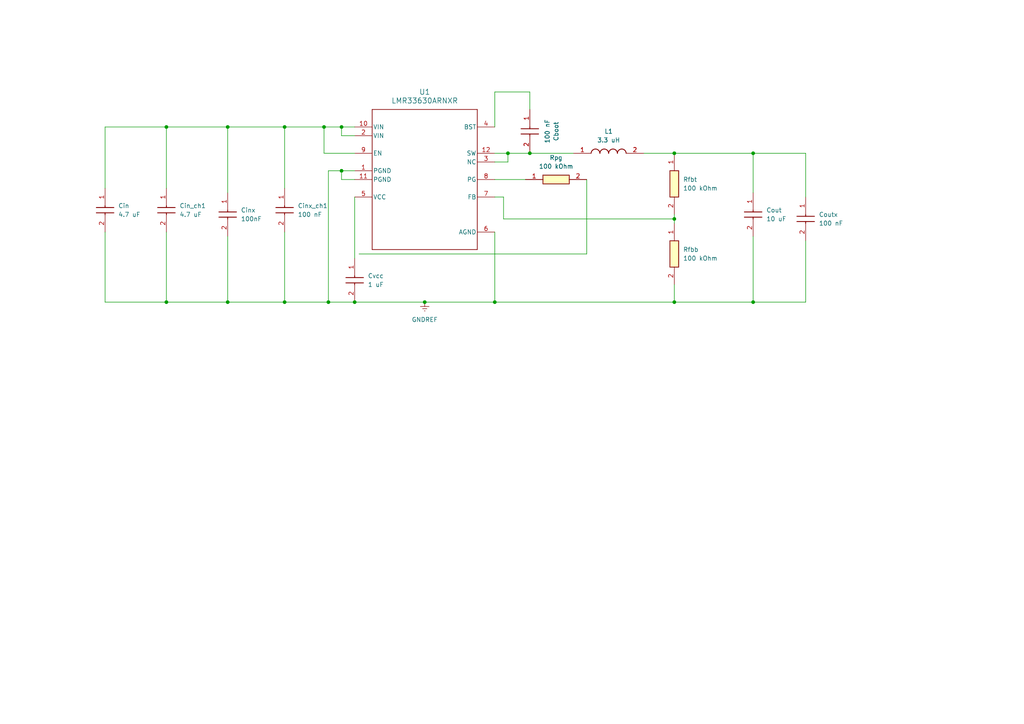
<source format=kicad_sch>
(kicad_sch (version 20250114) (generator "eeschema") (generator_version "9.0")
  (paper "A4")
  (lib_symbols
    (symbol "C0805C106K8PACTU_1" (pin_names (hide yes))
      (property "Reference" "C" (at 8.89 6.35 0))
      (property "Value" "C0805C106K8PACTU" (at 8.89 3.81 0))
      (symbol "C0805C106K8PACTU_1_1_1"
        (polyline (pts (xy 5.08 0) (xy 5.588 0)) (stroke (width 0.254)))
        (polyline (pts (xy 5.588 2.54) (xy 5.588 -2.54)) (stroke (width 0.254)))
        (polyline (pts (xy 7.112 2.54) (xy 7.112 -2.54)) (stroke (width 0.254)))
        (polyline (pts (xy 7.112 0) (xy 7.62 0)) (stroke (width 0.254)))
        (pin passive line (at 0 0 0) (length 5.08) (name "1") (number "1"))
        (pin passive line (at 12.7 0 180) (length 5.08) (name "2") (number "2"))
      )
    )
    (symbol "Capacitors:C0603C105K8PACTU" (pin_names (hide yes))
      (property "Reference" "C" (at 8.89 6.35 0))
      (property "Value" "C0603C105K8PACTU" (at 8.89 3.81 0))
      (symbol "C0603C105K8PACTU_1_1"
        (polyline (pts (xy 5.08 0) (xy 5.588 0)) (stroke (width 0.254)))
        (polyline (pts (xy 5.588 2.54) (xy 5.588 -2.54)) (stroke (width 0.254)))
        (polyline (pts (xy 7.112 2.54) (xy 7.112 -2.54)) (stroke (width 0.254)))
        (polyline (pts (xy 7.112 0) (xy 7.62 0)) (stroke (width 0.254)))
        (pin passive line (at 0 0 0) (length 5.08) (name "1") (number "1"))
        (pin passive line (at 12.7 0 180) (length 5.08) (name "2") (number "2"))
      )
    )
    (symbol "Capacitors:C0805C106K8PACTU" (pin_names (hide yes)))
    (symbol "Capacitors:CGA3E2X7R1H104K080AA" (pin_names (hide yes))
      (property "Reference" "C" (at 8.89 6.35 0))
      (property "Value" "CGA3E2X7R1H104K080AA" (at 8.89 3.81 0))
      (symbol "CGA3E2X7R1H104K080AA_1_1"
        (polyline (pts (xy 5.08 0) (xy 5.588 0)) (stroke (width 0.254)))
        (polyline (pts (xy 5.588 2.54) (xy 5.588 -2.54)) (stroke (width 0.254)))
        (polyline (pts (xy 7.112 2.54) (xy 7.112 -2.54)) (stroke (width 0.254)))
        (polyline (pts (xy 7.112 0) (xy 7.62 0)) (stroke (width 0.254)))
        (pin passive line (at 0 0 0) (length 5.08) (name "1") (number "1"))
        (pin passive line (at 12.7 0 180) (length 5.08) (name "2") (number "2"))
      )
    )
    (symbol "Capacitors:GRM155R71C104KA88D" (pin_names (hide yes))
      (property "Reference" "C" (at 8.89 6.35 0))
      (property "Value" "GRM155R71C104KA88D" (at 8.89 3.81 0))
      (symbol "GRM155R71C104KA88D_1_1"
        (polyline (pts (xy 5.08 0) (xy 5.588 0)) (stroke (width 0.254)))
        (polyline (pts (xy 5.588 2.54) (xy 5.588 -2.54)) (stroke (width 0.254)))
        (polyline (pts (xy 7.112 2.54) (xy 7.112 -2.54)) (stroke (width 0.254)))
        (polyline (pts (xy 7.112 0) (xy 7.62 0)) (stroke (width 0.254)))
        (pin passive line (at 0 0 0) (length 5.08) (name "1") (number "1"))
        (pin passive line (at 12.7 0 180) (length 5.08) (name "2") (number "2"))
      )
    )
    (symbol "Capacitors:GRM188R72A104KA35D" (pin_names (hide yes))
      (property "Reference" "C" (at 8.89 6.35 0))
      (property "Value" "GRM188R72A104KA35D" (at 8.89 3.81 0))
      (symbol "GRM188R72A104KA35D_1_1"
        (polyline (pts (xy 5.08 0) (xy 5.588 0)) (stroke (width 0.254)))
        (polyline (pts (xy 5.588 2.54) (xy 5.588 -2.54)) (stroke (width 0.254)))
        (polyline (pts (xy 7.112 2.54) (xy 7.112 -2.54)) (stroke (width 0.254)))
        (polyline (pts (xy 7.112 0) (xy 7.62 0)) (stroke (width 0.254)))
        (pin passive line (at 0 0 0) (length 5.08) (name "1") (number "1"))
        (pin passive line (at 12.7 0 180) (length 5.08) (name "2") (number "2"))
      )
    )
    (symbol "Capacitors:GRM31CR71H475KA12L" (pin_names (hide yes))
      (property "Reference" "C" (at 8.89 6.35 0))
      (property "Value" "GRM31CR71H475KA12L" (at 8.89 3.81 0))
      (symbol "GRM31CR71H475KA12L_1_1"
        (polyline (pts (xy 5.08 0) (xy 5.588 0)) (stroke (width 0.254)))
        (polyline (pts (xy 5.588 2.54) (xy 5.588 -2.54)) (stroke (width 0.254)))
        (polyline (pts (xy 7.112 2.54) (xy 7.112 -2.54)) (stroke (width 0.254)))
        (polyline (pts (xy 7.112 0) (xy 7.62 0)) (stroke (width 0.254)))
        (pin passive line (at 0 0 0) (length 5.08) (name "1") (number "1"))
        (pin passive line (at 12.7 0 180) (length 5.08) (name "2") (number "2"))
      )
    )
    (symbol "Inductors:SRN8040-3R3Y" (pin_names (hide yes))
      (property "Reference" "L" (at 16.51 6.35 0))
      (property "Value" "SRN8040-3R3Y" (at 16.51 3.81 0))
      (symbol "SRN8040-3R3Y_1_1"
        (arc (start 5.08 0) (mid 6.35 1.219) (end 7.62 0) (stroke (width 0.254)))
        (arc (start 7.62 0) (mid 8.89 1.219) (end 10.16 0) (stroke (width 0.254)))
        (arc (start 10.16 0) (mid 11.43 1.219) (end 12.7 0) (stroke (width 0.254)))
        (arc (start 12.7 0) (mid 13.97 1.219) (end 15.24 0) (stroke (width 0.254)))
        (pin passive line (at 0 0 0) (length 5.08) (name "1") (number "1"))
        (pin passive line (at 20.32 0 180) (length 5.08) (name "2") (number "2"))
      )
    )
    (symbol "PowerICs:LMR33630ARNXR" (pin_names (offset 0.254))
      (property "Reference" "U" (at 0 2.54 0))
      (property "Value" "LMR33630ARNXR" (at 0 0 0))
      (symbol "LMR33630ARNXR_0_1"
        (polyline (pts (xy -15.24 20.32) (xy -15.24 -20.32)) (stroke (width 0.2032)))
        (polyline (pts (xy -15.24 -20.32) (xy 15.24 -20.32)) (stroke (width 0.2032)))
        (polyline (pts (xy 15.24 20.32) (xy -15.24 20.32)) (stroke (width 0.2032)))
        (polyline (pts (xy 15.24 -20.32) (xy 15.24 20.32)) (stroke (width 0.2032)))
        (pin power_in line (at -20.32 15.24 0) (length 5.08) (name "VIN") (number "10"))
        (pin power_in line (at -20.32 12.7 0) (length 5.08) (name "VIN") (number "2"))
        (pin input line (at -20.32 7.62 0) (length 5.08) (name "EN") (number "9"))
        (pin power_in line (at -20.32 2.54 0) (length 5.08) (name "PGND") (number "1"))
        (pin power_in line (at -20.32 0 0) (length 5.08) (name "PGND") (number "11"))
        (pin power_in line (at -20.32 -5.08 0) (length 5.08) (name "VCC") (number "5"))
        (pin unspecified line (at 20.32 15.24 180) (length 5.08) (name "BST") (number "4"))
        (pin power_in line (at 20.32 7.62 180) (length 5.08) (name "SW") (number "12"))
        (pin unspecified line (at 20.32 5.08 180) (length 5.08) (name "NC") (number "3"))
        (pin open_collector line (at 20.32 0 180) (length 5.08) (name "PG") (number "8"))
        (pin input line (at 20.32 -5.08 180) (length 5.08) (name "FB") (number "7"))
        (pin power_in line (at 20.32 -15.24 180) (length 5.08) (name "AGND") (number "6"))
      )
    )
    (symbol "Resistors:CRCW0402100KFKED" (pin_names (hide yes))
      (property "Reference" "R" (at 13.97 6.35 0))
      (property "Value" "CRCW0402100KFKED" (at 13.97 3.81 0))
      (symbol "CRCW0402100KFKED_1_1"
        (rectangle (start 5.08 1.27) (end 12.7 -1.27) (stroke (width 0.254)) (fill (type background)))
        (pin passive line (at 0 0 0) (length 5.08) (name "1") (number "1"))
        (pin passive line (at 17.78 0 180) (length 5.08) (name "2") (number "2"))
      )
    )
    (symbol "Resistors:RC0603FR-0724K9L" (pin_names (hide yes))
      (property "Reference" "R" (at 13.97 6.35 0))
      (property "Value" "RC0603FR-0724K9L" (at 13.97 3.81 0))
      (symbol "RC0603FR-0724K9L_1_1"
        (rectangle (start 5.08 1.27) (end 12.7 -1.27) (stroke (width 0.254)) (fill (type background)))
        (pin passive line (at 0 0 0) (length 5.08) (name "1") (number "1"))
        (pin passive line (at 17.78 0 180) (length 5.08) (name "2") (number "2"))
      )
    )
    (symbol "power:GNDREF" (power) (pin_numbers (hide yes)) (pin_names (offset 0) (hide yes))
      (property "Value" "GNDREF" (at 0 -3.81 0))
      (symbol "GNDREF_0_1"
        (polyline (pts (xy -0.635 -1.905) (xy 0.635 -1.905)))
        (polyline (pts (xy -0.127 -2.54) (xy 0.127 -2.54)))
        (polyline (pts (xy 0 -1.27) (xy 0 0)))
        (polyline (pts (xy 1.27 -1.27) (xy -1.27 -1.27)))
      )
      (symbol "GNDREF_1_1"
        (pin power_in line (at 0 0 270) (length 0) (name "~") (number "1"))
      )
    )
  )
  (junction (at 102.87 87.63))
  (junction (at 218.44 44.45))
  (junction (at 195.58 63.5))
  (junction (at 147.32 44.45))
  (junction (at 143.51 87.63))
  (junction (at 82.55 87.63))
  (junction (at 153.67 44.45))
  (junction (at 82.55 36.83))
  (junction (at 195.58 87.63))
  (junction (at 48.26 36.83))
  (junction (at 93.98 36.83))
  (junction (at 48.26 87.63))
  (junction (at 66.04 87.63))
  (junction (at 99.06 49.53))
  (junction (at 99.06 36.83))
  (junction (at 218.44 87.63))
  (junction (at 195.58 44.45))
  (junction (at 95.25 87.63))
  (junction (at 66.04 36.83))
  (junction (at 123.19 87.63))
  (wire (pts (xy 143.51 26.67) (xy 153.67 26.67)))
  (wire (pts (xy 218.44 68.58) (xy 218.44 87.63)))
  (wire (pts (xy 218.44 87.63) (xy 233.68 87.63)))
  (wire (pts (xy 66.04 87.63) (xy 48.26 87.63)))
  (wire (pts (xy 218.44 44.45) (xy 218.44 55.88)))
  (wire (pts (xy 95.25 49.53) (xy 95.25 87.63)))
  (wire (pts (xy 195.58 87.63) (xy 195.58 82.55)))
  (wire (pts (xy 143.51 67.31) (xy 143.51 87.63)))
  (wire (pts (xy 99.06 39.37) (xy 99.06 36.83)))
  (wire (pts (xy 218.44 87.63) (xy 195.58 87.63)))
  (wire (pts (xy 143.51 36.83) (xy 143.51 26.67)))
  (wire (pts (xy 146.05 57.15) (xy 146.05 63.5)))
  (wire (pts (xy 48.26 36.83) (xy 66.04 36.83)))
  (wire (pts (xy 143.51 46.99) (xy 147.32 46.99)))
  (wire (pts (xy 233.68 87.63) (xy 233.68 69.85)))
  (wire (pts (xy 66.04 68.58) (xy 66.04 87.63)))
  (wire (pts (xy 93.98 44.45) (xy 93.98 36.83)))
  (wire (pts (xy 30.48 36.83) (xy 48.26 36.83)))
  (wire (pts (xy 195.58 62.23) (xy 195.58 63.5)))
  (wire (pts (xy 48.26 67.31) (xy 48.26 87.63)))
  (wire (pts (xy 30.48 67.31) (xy 30.48 87.63)))
  (wire (pts (xy 102.87 87.63) (xy 123.19 87.63)))
  (wire (pts (xy 102.87 87.63) (xy 95.25 87.63)))
  (wire (pts (xy 195.58 63.5) (xy 195.58 64.77)))
  (wire (pts (xy 146.05 63.5) (xy 195.58 63.5)))
  (wire (pts (xy 48.26 36.83) (xy 48.26 54.61)))
  (wire (pts (xy 99.06 36.83) (xy 102.87 36.83)))
  (wire (pts (xy 99.06 49.53) (xy 95.25 49.53)))
  (wire (pts (xy 102.87 44.45) (xy 93.98 44.45)))
  (wire (pts (xy 233.68 44.45) (xy 218.44 44.45)))
  (wire (pts (xy 143.51 44.45) (xy 147.32 44.45)))
  (wire (pts (xy 93.98 36.83) (xy 99.06 36.83)))
  (wire (pts (xy 102.87 49.53) (xy 99.06 49.53)))
  (wire (pts (xy 82.55 67.31) (xy 82.55 87.63)))
  (wire (pts (xy 143.51 57.15) (xy 146.05 57.15)))
  (wire (pts (xy 153.67 26.67) (xy 153.67 31.75)))
  (wire (pts (xy 143.51 87.63) (xy 123.19 87.63)))
  (wire (pts (xy 66.04 36.83) (xy 82.55 36.83)))
  (wire (pts (xy 82.55 36.83) (xy 93.98 36.83)))
  (wire (pts (xy 104.14 73.66) (xy 170.18 73.66)))
  (wire (pts (xy 82.55 87.63) (xy 66.04 87.63)))
  (wire (pts (xy 143.51 52.07) (xy 152.4 52.07)))
  (wire (pts (xy 186.69 44.45) (xy 195.58 44.45)))
  (wire (pts (xy 170.18 73.66) (xy 170.18 52.07)))
  (wire (pts (xy 153.67 44.45) (xy 166.37 44.45)))
  (wire (pts (xy 30.48 87.63) (xy 48.26 87.63)))
  (wire (pts (xy 95.25 87.63) (xy 82.55 87.63)))
  (wire (pts (xy 195.58 44.45) (xy 218.44 44.45)))
  (wire (pts (xy 66.04 36.83) (xy 66.04 55.88)))
  (wire (pts (xy 233.68 57.15) (xy 233.68 44.45)))
  (wire (pts (xy 99.06 52.07) (xy 99.06 49.53)))
  (wire (pts (xy 102.87 57.15) (xy 102.87 74.93)))
  (wire (pts (xy 82.55 36.83) (xy 82.55 54.61)))
  (wire (pts (xy 102.87 52.07) (xy 99.06 52.07)))
  (wire (pts (xy 143.51 87.63) (xy 195.58 87.63)))
  (wire (pts (xy 102.87 39.37) (xy 99.06 39.37)))
  (wire (pts (xy 147.32 44.45) (xy 153.67 44.45)))
  (wire (pts (xy 147.32 44.45) (xy 147.32 46.99)))
  (wire (pts (xy 30.48 54.61) (xy 30.48 36.83)))
  (symbol (lib_id "Resistors:RC0603FR-0724K9L") (at 195.58 64.77 270) (unit 1)
    (property "Reference" "Rfbb" (at 198.12 72.3899 90) (effects (justify left)))
    (property "Value" "100 kOhm" (at 198.12 74.9299 90) (effects (justify left)))
    (property "Footprint" "Resistors:RESC1608X55N" (effects (hide yes)))
    (property "Datasheet" "https://componentsearchengine.com/Datasheets/2/RC0603FR-0724K9L.pdf" (effects (hide yes)))
    (property "Description" "YAGEO - RC0603FR-0724K9L - SMD Chip Resistor, 24.9 kohm, +/- 1%, 100 mW, 0603 [1608 Metric], Thick Film, General Purpose" (effects (hide yes)))
    (property "Height" "0.55" (effects (hide yes)))
    (property "Manufacturer_Name" "YAGEO" (effects (hide yes)))
    (property "Manufacturer_Part_Number" "RC0603FR-0724K9L" (effects (hide yes)))
    (property "Mouser Part Number" "603-RC0603FR-0724K9L" (effects (hide yes)))
    (property "Mouser Price/Stock" "https://www.mouser.co.uk/ProductDetail/YAGEO/RC0603FR-0724K9L?qs=diQw95jMAeOCjvc8VIQQfA%3D%3D" (effects (hide yes)))
  )
  (symbol (lib_id "Resistors:CRCW0402100KFKED") (at 195.58 44.45 270) (unit 1)
    (property "Reference" "Rfbt" (at 198.12 52.0699 90) (effects (justify left)))
    (property "Value" "100 kOhm" (at 198.12 54.6099 90) (effects (justify left)))
    (property "Footprint" "CRCW0402200KFKED" (effects (hide yes)))
    (property "Datasheet" "http://www.vishay.com/docs/20035/dcrcwe3.pdf" (effects (hide yes)))
    (property "Description" "CRCW0402 Resistor T/R 0.063W,1%,100K Vishay CRCW Series Thick Film Surface Mount Resistor 0402 Case 100k +/-1% 0.063W +/-100ppm/C" (effects (hide yes)))
    (property "Height" "0.4" (effects (hide yes)))
    (property "Manufacturer_Name" "Vishay" (effects (hide yes)))
    (property "Manufacturer_Part_Number" "CRCW0402100KFKED" (effects (hide yes)))
    (property "Mouser Part Number" "71-CRCW0402-100K-E3" (effects (hide yes)))
    (property "Mouser Price/Stock" "https://www.mouser.co.uk/ProductDetail/Vishay-Dale/CRCW0402100KFKED?qs=OlqPY1CiralZGKRwQ4Glcg%3D%3D" (effects (hide yes)))
    (property "Arrow Part Number" "CRCW0402100KFKED" (effects (hide yes)))
    (property "Arrow Price/Stock" "https://www.arrow.com/en/products/crcw0402100kfked/vishay?utm_currency=USD&region=nac" (effects (hide yes)))
  )
  (symbol (lib_id "Capacitors:GRM188R72A104KA35D") (at 66.04 55.88 270) (unit 1)
    (property "Reference" "Cinx" (at 69.85 60.9599 90) (effects (justify left)))
    (property "Value" "100nF" (at 69.85 63.4999 90) (effects (justify left)))
    (property "Footprint" "Capacitors:GRM18x" (effects (hide yes)))
    (property "Datasheet" "https://search.murata.co.jp/Ceramy/image/img/A01X/G101/ENG/GRM188R72A104KA35-01A.pdf" (effects (hide yes)))
    (property "Description" "MLCC, 0603" (effects (hide yes)))
    (property "Height" "0.9" (effects (hide yes)))
    (property "Manufacturer_Name" "Murata Electronics" (effects (hide yes)))
    (property "Manufacturer_Part_Number" "GRM188R72A104KA35D" (effects (hide yes)))
    (property "Mouser Part Number" "81-GRM188R72A104KA35" (effects (hide yes)))
    (property "Mouser Price/Stock" "https://www.mouser.co.uk/ProductDetail/Murata-Electronics/GRM188R72A104KA35D?qs=P%252BBA3F6RM%2F5aaC9LFKRzYw%3D%3D" (effects (hide yes)))
    (property "Arrow Part Number" "GRM188R72A104KA35D" (effects (hide yes)))
    (property "Arrow Price/Stock" "https://www.arrow.com/en/products/grm188r72a104ka35d/murata-manufacturing?utm_currency=USD&region=nac" (effects (hide yes)))
  )
  (symbol (lib_id "Capacitors:GRM31CR71H475KA12L") (at 30.48 54.61 270) (unit 1)
    (property "Reference" "Cin" (at 34.29 59.6899 90) (effects (justify left)))
    (property "Value" "4.7 uF" (at 34.29 62.2299 90) (effects (justify left)))
    (property "Footprint" "Capacitors:CAPC3216X180N" (effects (hide yes)))
    (property "Datasheet" "https://search.murata.co.jp/Ceramy/image/img/A01X/G101/ENG/GRM31CR71H475KA12-01A.pdf" (effects (hide yes)))
    (property "Description" "MURATA - GRM31CR71H475KA12L - CAP, MLCC, X7R, 4.7UF, 50V, 1206" (effects (hide yes)))
    (property "Height" "1.8" (effects (hide yes)))
    (property "Manufacturer_Name" "Murata Electronics" (effects (hide yes)))
    (property "Manufacturer_Part_Number" "GRM31CR71H475KA12L" (effects (hide yes)))
    (property "Mouser Part Number" "81-GRM31CR71H475KA2L" (effects (hide yes)))
    (property "Mouser Price/Stock" "https://www.mouser.co.uk/ProductDetail/Murata-Electronics/GRM31CR71H475KA12L?qs=QOxk%252BkhTc6I%252BVQUsJuOHog%3D%3D" (effects (hide yes)))
    (property "Arrow Part Number" "GRM31CR71H475KA12L" (effects (hide yes)))
    (property "Arrow Price/Stock" "https://www.arrow.com/en/products/grm31cr71h475ka12l/murata-manufacturing?utm_currency=USD&region=nac" (effects (hide yes)))
  )
  (symbol (lib_name "C0805C106K8PACTU_1") (lib_id "Capacitors:C0805C106K8PACTU") (at 218.44 55.88 270) (unit 1)
    (property "Reference" "Cout" (at 222.25 60.9599 90) (effects (justify left)))
    (property "Value" "10 uF" (at 222.25 63.4999 90) (effects (justify left)))
    (property "Footprint" "Capacitors:C0805" (effects (hide yes)))
    (property "Datasheet" "https://content.kemet.com/datasheets/KEM_C1006_X5R_SMD.pdf" (effects (hide yes)))
    (property "Description" "SMD Comm X5R, Ceramic, 10 uF, 10%, 10 VDC, 25 VDC, 85C, -55C, X5R, SMD, MLCC, Temperature Stable, Class II, 10 % , 10 MOhms, 21 mg, 0805, 2mm, 1.25mm, 1.25mm, 0.75mm, 0.5mm, 3000, 78  Weeks, 70" (effects (hide yes)))
    (property "Height" "1.1" (effects (hide yes)))
    (property "Manufacturer_Name" "KEMET" (effects (hide yes)))
    (property "Manufacturer_Part_Number" "C0805C106K8PACTU" (effects (hide yes)))
    (property "Mouser Part Number" "80-C0805C106K8P" (effects (hide yes)))
    (property "Mouser Price/Stock" "https://www.mouser.co.uk/ProductDetail/KEMET/C0805C106K8PACTU?qs=Zpyg6gQUYs39C21BeavaKA%3D%3D" (effects (hide yes)))
    (property "Arrow Part Number" "C0805C106K8PACTU" (effects (hide yes)))
    (property "Arrow Price/Stock" "https://www.arrow.com/en/products/c0805c106k8pactu/kemet-corporation?utm_currency=USD&region=nac" (effects (hide yes)))
  )
  (symbol (lib_id "power:GNDREF") (at 123.19 87.63 0) (unit 1)
    (property "Reference" "#PWR01" (effects (hide yes)))
    (property "Value" "GNDREF" (at 123.19 92.71 0))
    (property "Description" "Power symbol creates a global label with name \"GNDREF\" , reference supply ground" (effects (hide yes)))
  )
  (symbol (lib_id "Capacitors:GRM31CR71H475KA12L") (at 48.26 54.61 270) (unit 1)
    (property "Reference" "Cin_ch1" (at 52.07 59.6899 90) (effects (justify left)))
    (property "Value" "4.7 uF" (at 52.07 62.2299 90) (effects (justify left)))
    (property "Footprint" "Capacitors:CAPC3216X180N" (effects (hide yes)))
    (property "Datasheet" "https://search.murata.co.jp/Ceramy/image/img/A01X/G101/ENG/GRM31CR71H475KA12-01A.pdf" (effects (hide yes)))
    (property "Description" "MURATA - GRM31CR71H475KA12L - CAP, MLCC, X7R, 4.7UF, 50V, 1206" (effects (hide yes)))
    (property "Height" "1.8" (effects (hide yes)))
    (property "Manufacturer_Name" "Murata Electronics" (effects (hide yes)))
    (property "Manufacturer_Part_Number" "GRM31CR71H475KA12L" (effects (hide yes)))
    (property "Mouser Part Number" "81-GRM31CR71H475KA2L" (effects (hide yes)))
    (property "Mouser Price/Stock" "https://www.mouser.co.uk/ProductDetail/Murata-Electronics/GRM31CR71H475KA12L?qs=QOxk%252BkhTc6I%252BVQUsJuOHog%3D%3D" (effects (hide yes)))
    (property "Arrow Part Number" "GRM31CR71H475KA12L" (effects (hide yes)))
    (property "Arrow Price/Stock" "https://www.arrow.com/en/products/grm31cr71h475ka12l/murata-manufacturing?utm_currency=USD&region=nac" (effects (hide yes)))
  )
  (symbol (lib_id "Capacitors:C0805C106K8PACTU") (at 232.41 107.95 0) (unit 1)
    (property "Reference" "C3" (effects (hide yes)))
    (property "Value" "C0805C106K8PACTU" (effects (hide yes)))
    (property "Footprint" "C0805" (effects (hide yes)))
    (property "Datasheet" "https://content.kemet.com/datasheets/KEM_C1006_X5R_SMD.pdf" (effects (hide yes)))
    (property "Description" "SMD Comm X5R, Ceramic, 10 uF, 10%, 10 VDC, 25 VDC, 85C, -55C, X5R, SMD, MLCC, Temperature Stable, Class II, 10 % , 10 MOhms, 21 mg, 0805, 2mm, 1.25mm, 1.25mm, 0.75mm, 0.5mm, 3000, 78  Weeks, 70" (effects (hide yes)))
    (property "Height" "1.1" (effects (hide yes)))
    (property "Manufacturer_Name" "KEMET" (effects (hide yes)))
    (property "Manufacturer_Part_Number" "C0805C106K8PACTU" (effects (hide yes)))
    (property "Mouser Part Number" "80-C0805C106K8P" (effects (hide yes)))
    (property "Mouser Price/Stock" "https://www.mouser.co.uk/ProductDetail/KEMET/C0805C106K8PACTU?qs=Zpyg6gQUYs39C21BeavaKA%3D%3D" (effects (hide yes)))
    (property "Arrow Part Number" "C0805C106K8PACTU" (effects (hide yes)))
    (property "Arrow Price/Stock" "https://www.arrow.com/en/products/c0805c106k8pactu/kemet-corporation?utm_currency=USD&region=nac" (effects (hide yes)))
  )
  (symbol (lib_id "PowerICs:LMR33630ARNXR") (at 123.19 52.07 0) (unit 1)
    (property "Reference" "U1" (at 123.19 26.67 0) (effects (font (size 1.524 1.524))))
    (property "Value" "LMR33630ARNXR" (at 123.19 29.21 0) (effects (font (size 1.524 1.524))))
    (property "Footprint" "PowerICs:LMR33630A" (effects (hide yes)))
    (property "Datasheet" "https://www.ti.com/lit/gpn/lmr33630" (effects (hide yes)))
  )
  (symbol (lib_id "Capacitors:GRM188R72A104KA35D") (at 82.55 54.61 270) (unit 1)
    (property "Reference" "Cinx_ch1" (at 86.36 59.6899 90) (effects (justify left)))
    (property "Value" "100 nF" (at 86.36 62.2299 90) (effects (justify left)))
    (property "Footprint" "Capacitors:GRM18x" (effects (hide yes)))
    (property "Datasheet" "https://search.murata.co.jp/Ceramy/image/img/A01X/G101/ENG/GRM188R72A104KA35-01A.pdf" (effects (hide yes)))
    (property "Description" "MLCC, 0603" (effects (hide yes)))
    (property "Height" "0.9" (effects (hide yes)))
    (property "Manufacturer_Name" "Murata Electronics" (effects (hide yes)))
    (property "Manufacturer_Part_Number" "GRM188R72A104KA35D" (effects (hide yes)))
    (property "Mouser Part Number" "81-GRM188R72A104KA35" (effects (hide yes)))
    (property "Mouser Price/Stock" "https://www.mouser.co.uk/ProductDetail/Murata-Electronics/GRM188R72A104KA35D?qs=P%252BBA3F6RM%2F5aaC9LFKRzYw%3D%3D" (effects (hide yes)))
    (property "Arrow Part Number" "GRM188R72A104KA35D" (effects (hide yes)))
    (property "Arrow Price/Stock" "https://www.arrow.com/en/products/grm188r72a104ka35d/murata-manufacturing?utm_currency=USD&region=nac" (effects (hide yes)))
  )
  (symbol (lib_id "Capacitors:C0805C106K8PACTU") (at 241.3 120.65 0) (unit 1)
    (property "Reference" "C4" (effects (hide yes)))
    (property "Value" "C0805C106K8PACTU" (effects (hide yes)))
    (property "Footprint" "C0805" (effects (hide yes)))
    (property "Datasheet" "https://content.kemet.com/datasheets/KEM_C1006_X5R_SMD.pdf" (effects (hide yes)))
    (property "Description" "SMD Comm X5R, Ceramic, 10 uF, 10%, 10 VDC, 25 VDC, 85C, -55C, X5R, SMD, MLCC, Temperature Stable, Class II, 10 % , 10 MOhms, 21 mg, 0805, 2mm, 1.25mm, 1.25mm, 0.75mm, 0.5mm, 3000, 78  Weeks, 70" (effects (hide yes)))
    (property "Height" "1.1" (effects (hide yes)))
    (property "Manufacturer_Name" "KEMET" (effects (hide yes)))
    (property "Manufacturer_Part_Number" "C0805C106K8PACTU" (effects (hide yes)))
    (property "Mouser Part Number" "80-C0805C106K8P" (effects (hide yes)))
    (property "Mouser Price/Stock" "https://www.mouser.co.uk/ProductDetail/KEMET/C0805C106K8PACTU?qs=Zpyg6gQUYs39C21BeavaKA%3D%3D" (effects (hide yes)))
    (property "Arrow Part Number" "C0805C106K8PACTU" (effects (hide yes)))
    (property "Arrow Price/Stock" "https://www.arrow.com/en/products/c0805c106k8pactu/kemet-corporation?utm_currency=USD&region=nac" (effects (hide yes)))
  )
  (symbol (lib_id "Resistors:CRCW0402100KFKED") (at 152.4 52.07 0) (unit 1)
    (property "Reference" "Rpg" (at 161.29 45.72 0))
    (property "Value" "100 kOhm" (at 161.29 48.26 0))
    (property "Footprint" "CRCW0402200KFKED" (effects (hide yes)))
    (property "Datasheet" "http://www.vishay.com/docs/20035/dcrcwe3.pdf" (effects (hide yes)))
    (property "Description" "CRCW0402 Resistor T/R 0.063W,1%,100K Vishay CRCW Series Thick Film Surface Mount Resistor 0402 Case 100k +/-1% 0.063W +/-100ppm/C" (effects (hide yes)))
    (property "Height" "0.4" (effects (hide yes)))
    (property "Manufacturer_Name" "Vishay" (effects (hide yes)))
    (property "Manufacturer_Part_Number" "CRCW0402100KFKED" (effects (hide yes)))
    (property "Mouser Part Number" "71-CRCW0402-100K-E3" (effects (hide yes)))
    (property "Mouser Price/Stock" "https://www.mouser.co.uk/ProductDetail/Vishay-Dale/CRCW0402100KFKED?qs=OlqPY1CiralZGKRwQ4Glcg%3D%3D" (effects (hide yes)))
    (property "Arrow Part Number" "CRCW0402100KFKED" (effects (hide yes)))
    (property "Arrow Price/Stock" "https://www.arrow.com/en/products/crcw0402100kfked/vishay?utm_currency=USD&region=nac" (effects (hide yes)))
  )
  (symbol (lib_id "Capacitors:GRM155R71C104KA88D") (at 153.67 31.75 270) (unit 1)
    (property "Reference" "Cboot" (at 161.29 38.1 0))
    (property "Value" "100 nF" (at 158.75 38.1 0))
    (property "Footprint" "Capacitors:CAPC1005X70N" (effects (hide yes)))
    (property "Datasheet" "https://search.murata.co.jp/Ceramy/image/img/A01X/G101/ENG/GRM155R71C104KA88-01A.pdf" (effects (hide yes)))
    (property "Description" "Ceramic  SMT capacitor 100nF 16Vdc Murata 0402 GRM 100nF Ceramic Multilayer Capacitor, 16 V dc X7R Dielectric ??10%" (effects (hide yes)))
    (property "Height" "0.7" (effects (hide yes)))
    (property "Manufacturer_Name" "Murata Electronics" (effects (hide yes)))
    (property "Manufacturer_Part_Number" "GRM155R71C104KA88D" (effects (hide yes)))
    (property "Mouser Part Number" "N/A" (effects (hide yes)))
    (property "Arrow Part Number" "GRM155R71C104KA88D" (effects (hide yes)))
    (property "Arrow Price/Stock" "https://www.arrow.com/en/products/grm155r71c104ka88d/murata-manufacturing?utm_currency=USD&region=nac" (effects (hide yes)))
  )
  (symbol (lib_id "Capacitors:C0603C105K8PACTU") (at 102.87 74.93 270) (unit 1)
    (property "Reference" "Cvcc" (at 106.68 80.0099 90) (effects (justify left)))
    (property "Value" "1 uF" (at 106.68 82.5499 90) (effects (justify left)))
    (property "Footprint" "Capacitors:C0603" (effects (hide yes)))
    (property "Datasheet" "https://content.kemet.com/datasheets/KEM_C1006_X5R_SMD.pdf" (effects (hide yes)))
    (property "Description" "SMD Comm X5R, Ceramic, 1 uF, 10%, 10 VDC, 25 VDC, 85C, -55C, X5R, SMD, MLCC, Temperature Stable, Class II, 10 % , 100 MOhms, 6.5 mg, 0603, 1.6mm, 0.8mm, 0.8mm, 0.7mm, 0.35mm, 4000, 78  Weeks, 70" (effects (hide yes)))
    (property "Height" "0.87" (effects (hide yes)))
    (property "Manufacturer_Name" "KEMET" (effects (hide yes)))
    (property "Manufacturer_Part_Number" "C0603C105K8PACTU" (effects (hide yes)))
    (property "Mouser Part Number" "80-C0603C105K8P" (effects (hide yes)))
    (property "Mouser Price/Stock" "https://www.mouser.co.uk/ProductDetail/KEMET/C0603C105K8PACTU?qs=WeB8qxTbSWaetm26YMRPSw%3D%3D" (effects (hide yes)))
    (property "Arrow Part Number" "C0603C105K8PACTU" (effects (hide yes)))
    (property "Arrow Price/Stock" "https://www.arrow.com/en/products/c0603c105k8pactu/kemet-corporation?utm_currency=USD&region=nac" (effects (hide yes)))
  )
  (symbol (lib_id "Inductors:SRN8040-3R3Y") (at 166.37 44.45 0) (unit 1)
    (property "Reference" "L1" (at 176.53 38.1 0))
    (property "Value" "3.3 uH" (at 176.53 40.64 0))
    (property "Footprint" "Inductors:SRN8040-3R3Y" (effects (hide yes)))
    (property "Datasheet" "http://www.bourns.com/data/global/pdfs/SRN8040.pdf" (effects (hide yes)))
    (property "Description" "Power Inductor semi-shielded SMD 3.3uH Bourns SRN8040 Series Shielded Wire-wound SMD Inductor with a Ferrite Core, 3.3 uH +/-30% 5.6A Idc" (effects (hide yes)))
    (property "Manufacturer_Name" "Bourns" (effects (hide yes)))
    (property "Manufacturer_Part_Number" "SRN8040-3R3Y" (effects (hide yes)))
    (property "Mouser Part Number" "652-SRN8040-3R3Y" (effects (hide yes)))
    (property "Mouser Price/Stock" "https://www.mouser.co.uk/ProductDetail/Bourns/SRN8040-3R3Y?qs=opBjA1TV9010KZW9Pid7mg%3D%3D" (effects (hide yes)))
    (property "Arrow Part Number" "SRN8040-3R3Y" (effects (hide yes)))
    (property "Arrow Price/Stock" "https://www.arrow.com/en/products/srn8040-3r3y/bourns?utm_currency=USD&region=nac" (effects (hide yes)))
  )
  (symbol (lib_id "Capacitors:C0805C106K8PACTU") (at 208.28 92.71 0) (unit 1)
    (property "Reference" "C2" (effects (hide yes)))
    (property "Value" "C0805C106K8PACTU" (effects (hide yes)))
    (property "Footprint" "C0805" (effects (hide yes)))
    (property "Datasheet" "https://content.kemet.com/datasheets/KEM_C1006_X5R_SMD.pdf" (effects (hide yes)))
    (property "Description" "SMD Comm X5R, Ceramic, 10 uF, 10%, 10 VDC, 25 VDC, 85C, -55C, X5R, SMD, MLCC, Temperature Stable, Class II, 10 % , 10 MOhms, 21 mg, 0805, 2mm, 1.25mm, 1.25mm, 0.75mm, 0.5mm, 3000, 78  Weeks, 70" (effects (hide yes)))
    (property "Height" "1.1" (effects (hide yes)))
    (property "Manufacturer_Name" "KEMET" (effects (hide yes)))
    (property "Manufacturer_Part_Number" "C0805C106K8PACTU" (effects (hide yes)))
    (property "Mouser Part Number" "80-C0805C106K8P" (effects (hide yes)))
    (property "Mouser Price/Stock" "https://www.mouser.co.uk/ProductDetail/KEMET/C0805C106K8PACTU?qs=Zpyg6gQUYs39C21BeavaKA%3D%3D" (effects (hide yes)))
    (property "Arrow Part Number" "C0805C106K8PACTU" (effects (hide yes)))
    (property "Arrow Price/Stock" "https://www.arrow.com/en/products/c0805c106k8pactu/kemet-corporation?utm_currency=USD&region=nac" (effects (hide yes)))
  )
  (symbol (lib_id "Capacitors:CGA3E2X7R1H104K080AA") (at 233.68 57.15 270) (unit 1)
    (property "Reference" "Coutx" (at 237.49 62.2299 90) (effects (justify left)))
    (property "Value" "100 nF" (at 237.49 64.7699 90) (effects (justify left)))
    (property "Footprint" "Capacitors:CAPC1608X90N" (effects (hide yes)))
    (property "Datasheet" "http://docs-europe.electrocomponents.com/webdocs/14e9/0900766b814e9125.pdf" (effects (hide yes)))
    (property "Description" "Multilayer Ceramic Chip Capacitors, Capacitance=0.1uF, LxWxT:1.6x0.8x0.8mm" (effects (hide yes)))
    (property "Height" "0.9" (effects (hide yes)))
    (property "Manufacturer_Name" "TDK" (effects (hide yes)))
    (property "Manufacturer_Part_Number" "CGA3E2X7R1H104K080AA" (effects (hide yes)))
    (property "Mouser Part Number" "810-CGA3E2X7R1H104K" (effects (hide yes)))
    (property "Mouser Price/Stock" "https://www.mouser.co.uk/ProductDetail/TDK/CGA3E2X7R1H104K080AA?qs=NRhsANhppD%2Fge2a869G9Fg%3D%3D" (effects (hide yes)))
    (property "Arrow Part Number" "CGA3E2X7R1H104K080AA" (effects (hide yes)))
    (property "Arrow Price/Stock" "https://www.arrow.com/en/products/cga3e2x7r1h104k080aa/tdk?utm_currency=USD&region=europe" (effects (hide yes)))
  )
)
</source>
